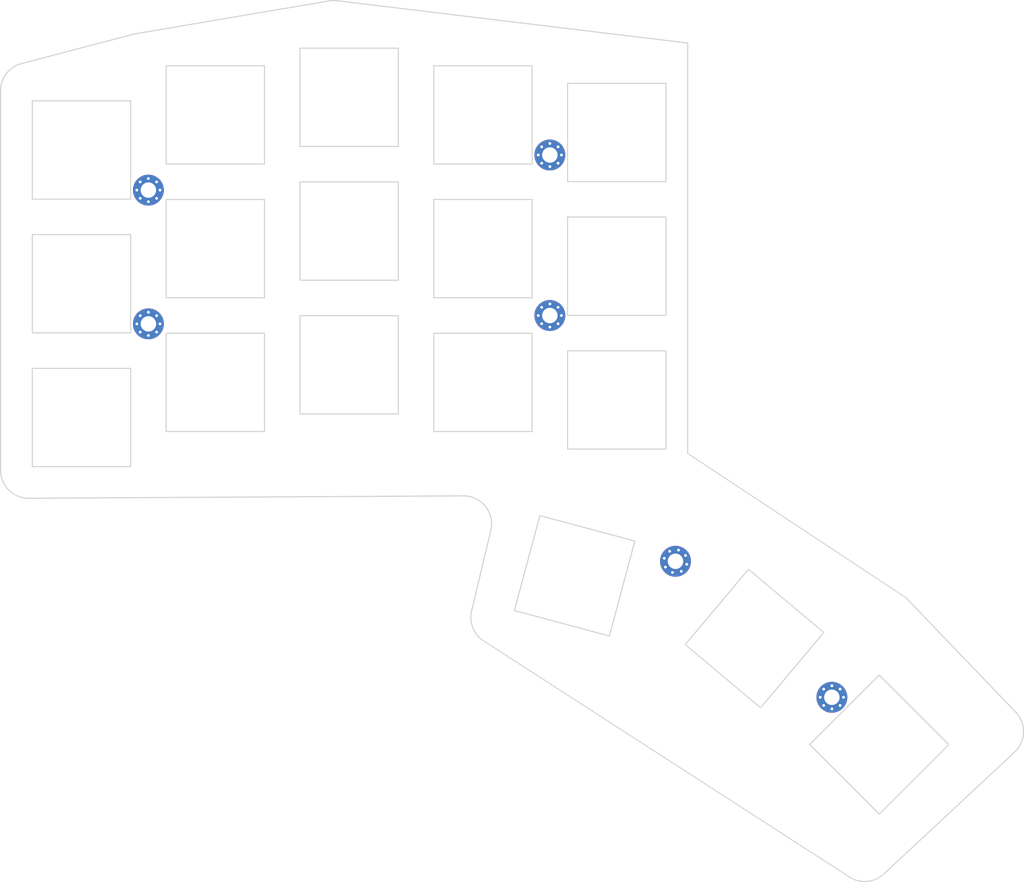
<source format=kicad_pcb>

            
(kicad_pcb (version 20171130) (host pcbnew 5.1.6)

  (page A3)
  (title_block
    (title juubo_left_plate)
    (rev v1.0.0)
    (company Unknown)
  )

  (general
    (thickness 1.6)
  )

  (layers
    (0 F.Cu signal)
    (31 B.Cu signal)
    (32 B.Adhes user)
    (33 F.Adhes user)
    (34 B.Paste user)
    (35 F.Paste user)
    (36 B.SilkS user)
    (37 F.SilkS user)
    (38 B.Mask user)
    (39 F.Mask user)
    (40 Dwgs.User user)
    (41 Cmts.User user)
    (42 Eco1.User user)
    (43 Eco2.User user)
    (44 Edge.Cuts user)
    (45 Margin user)
    (46 B.CrtYd user)
    (47 F.CrtYd user)
    (48 B.Fab user)
    (49 F.Fab user)
  )

  (setup
    (last_trace_width 0.25)
    (trace_clearance 0.2)
    (zone_clearance 0.508)
    (zone_45_only no)
    (trace_min 0.2)
    (via_size 0.8)
    (via_drill 0.4)
    (via_min_size 0.4)
    (via_min_drill 0.3)
    (uvia_size 0.3)
    (uvia_drill 0.1)
    (uvias_allowed no)
    (uvia_min_size 0.2)
    (uvia_min_drill 0.1)
    (edge_width 0.05)
    (segment_width 0.2)
    (pcb_text_width 0.3)
    (pcb_text_size 1.5 1.5)
    (mod_edge_width 0.12)
    (mod_text_size 1 1)
    (mod_text_width 0.15)
    (pad_size 1.524 1.524)
    (pad_drill 0.762)
    (pad_to_mask_clearance 0.05)
    (aux_axis_origin 0 0)
    (visible_elements FFFFFF7F)
    (pcbplotparams
      (layerselection 0x010fc_ffffffff)
      (usegerberextensions false)
      (usegerberattributes true)
      (usegerberadvancedattributes true)
      (creategerberjobfile true)
      (excludeedgelayer true)
      (linewidth 0.100000)
      (plotframeref false)
      (viasonmask false)
      (mode 1)
      (useauxorigin false)
      (hpglpennumber 1)
      (hpglpenspeed 20)
      (hpglpendiameter 15.000000)
      (psnegative false)
      (psa4output false)
      (plotreference true)
      (plotvalue true)
      (plotinvisibletext false)
      (padsonsilk false)
      (subtractmaskfromsilk false)
      (outputformat 1)
      (mirror false)
      (drillshape 1)
      (scaleselection 1)
      (outputdirectory ""))
  )

            (net 0 "")
            
  (net_class Default "This is the default net class."
    (clearance 0.2)
    (trace_width 0.25)
    (via_dia 0.8)
    (via_drill 0.4)
    (uvia_dia 0.3)
    (uvia_drill 0.1)
    (add_net "")
  )

            
    (module "MountingHole_2.2mm_M2_Pad_Via" (version 20210722) (generator pcbnew) (layer "F.Cu")
      (tedit 56DDB9C7)
      (at 109.525 67.61500000000001 0) 
    
      (fp_text reference "_1" (at 0 -3.2) (layer "F.SilkS") hide 
        (effects (font (size 1 1) (thickness 0.15)))
        (tstamp b68bb25c-687d-44b1-b966-dad4cac66b35)
      )
    
      (fp_circle (center 0 0) (end 2.45 0) (layer "F.CrtYd") (width 0.05) (fill none) (tstamp b2688462-c375-45d3-9095-3425fb17c88f))
      (pad "1" thru_hole circle locked (at 1.166726 1.166726) (size 0.7 0.7) (drill 0.4) (layers *.Cu *.Mask) (tstamp 2a7fc905-328f-4bbb-9222-ca8d15d03a86))
      (pad "1" thru_hole circle locked (at 0 0) (size 4.4 4.4) (drill 2.2) (layers *.Cu *.Mask) (tstamp 47ee1d53-0551-4b6d-bc24-3f3f14c73c36))
      (pad "1" thru_hole circle locked (at 0 1.65) (size 0.7 0.7) (drill 0.4) (layers *.Cu *.Mask) (tstamp 4eef65bc-4add-40d7-8319-14dcdbae0d44))
      (pad "1" thru_hole circle locked (at 1.166726 -1.166726) (size 0.7 0.7) (drill 0.4) (layers *.Cu *.Mask) (tstamp 56155f4d-2ebc-4ad4-8d82-7aa7846deba8))
      (pad "1" thru_hole circle locked (at -1.65 0) (size 0.7 0.7) (drill 0.4) (layers *.Cu *.Mask) (tstamp 787d6162-1d3c-4def-859e-6532ce27c1ef))
      (pad "1" thru_hole circle locked (at -1.166726 -1.166726) (size 0.7 0.7) (drill 0.4) (layers *.Cu *.Mask) (tstamp 8d699d12-7099-4814-bbe6-11bc74c6e8b2))
      (pad "1" thru_hole circle locked (at -1.166726 1.166726) (size 0.7 0.7) (drill 0.4) (layers *.Cu *.Mask) (tstamp 95ab0420-a56b-46ee-98ad-5072a1a93a6f))
      (pad "1" thru_hole circle locked (at 1.65 0) (size 0.7 0.7) (drill 0.4) (layers *.Cu *.Mask) (tstamp cde0acf2-b3b4-46de-9f6e-3ab519744000))
      (pad "1" thru_hole circle locked (at 0 -1.65) (size 0.7 0.7) (drill 0.4) (layers *.Cu *.Mask) (tstamp ff0de415-ae11-46fb-b780-c24aee621212))
    )

    (module "MountingHole_2.2mm_M2_Pad_Via" (version 20210722) (generator pcbnew) (layer "F.Cu")
      (tedit 56DDB9C7)
      (at 166.675 62.61500000000001 0) 
    
      (fp_text reference "_2" (at 0 -3.2) (layer "F.SilkS") hide 
        (effects (font (size 1 1) (thickness 0.15)))
        (tstamp b68bb25c-687d-44b1-b966-dad4cac66b35)
      )
    
      (fp_circle (center 0 0) (end 2.45 0) (layer "F.CrtYd") (width 0.05) (fill none) (tstamp b2688462-c375-45d3-9095-3425fb17c88f))
      (pad "1" thru_hole circle locked (at 1.166726 1.166726) (size 0.7 0.7) (drill 0.4) (layers *.Cu *.Mask) (tstamp 2a7fc905-328f-4bbb-9222-ca8d15d03a86))
      (pad "1" thru_hole circle locked (at 0 0) (size 4.4 4.4) (drill 2.2) (layers *.Cu *.Mask) (tstamp 47ee1d53-0551-4b6d-bc24-3f3f14c73c36))
      (pad "1" thru_hole circle locked (at 0 1.65) (size 0.7 0.7) (drill 0.4) (layers *.Cu *.Mask) (tstamp 4eef65bc-4add-40d7-8319-14dcdbae0d44))
      (pad "1" thru_hole circle locked (at 1.166726 -1.166726) (size 0.7 0.7) (drill 0.4) (layers *.Cu *.Mask) (tstamp 56155f4d-2ebc-4ad4-8d82-7aa7846deba8))
      (pad "1" thru_hole circle locked (at -1.65 0) (size 0.7 0.7) (drill 0.4) (layers *.Cu *.Mask) (tstamp 787d6162-1d3c-4def-859e-6532ce27c1ef))
      (pad "1" thru_hole circle locked (at -1.166726 -1.166726) (size 0.7 0.7) (drill 0.4) (layers *.Cu *.Mask) (tstamp 8d699d12-7099-4814-bbe6-11bc74c6e8b2))
      (pad "1" thru_hole circle locked (at -1.166726 1.166726) (size 0.7 0.7) (drill 0.4) (layers *.Cu *.Mask) (tstamp 95ab0420-a56b-46ee-98ad-5072a1a93a6f))
      (pad "1" thru_hole circle locked (at 1.65 0) (size 0.7 0.7) (drill 0.4) (layers *.Cu *.Mask) (tstamp cde0acf2-b3b4-46de-9f6e-3ab519744000))
      (pad "1" thru_hole circle locked (at 0 -1.65) (size 0.7 0.7) (drill 0.4) (layers *.Cu *.Mask) (tstamp ff0de415-ae11-46fb-b780-c24aee621212))
    )

    (module "MountingHole_2.2mm_M2_Pad_Via" (version 20210722) (generator pcbnew) (layer "F.Cu")
      (tedit 56DDB9C7)
      (at 109.525 86.66499999999999 0) 
    
      (fp_text reference "_3" (at 0 -3.2) (layer "F.SilkS") hide 
        (effects (font (size 1 1) (thickness 0.15)))
        (tstamp b68bb25c-687d-44b1-b966-dad4cac66b35)
      )
    
      (fp_circle (center 0 0) (end 2.45 0) (layer "F.CrtYd") (width 0.05) (fill none) (tstamp b2688462-c375-45d3-9095-3425fb17c88f))
      (pad "1" thru_hole circle locked (at 1.166726 1.166726) (size 0.7 0.7) (drill 0.4) (layers *.Cu *.Mask) (tstamp 2a7fc905-328f-4bbb-9222-ca8d15d03a86))
      (pad "1" thru_hole circle locked (at 0 0) (size 4.4 4.4) (drill 2.2) (layers *.Cu *.Mask) (tstamp 47ee1d53-0551-4b6d-bc24-3f3f14c73c36))
      (pad "1" thru_hole circle locked (at 0 1.65) (size 0.7 0.7) (drill 0.4) (layers *.Cu *.Mask) (tstamp 4eef65bc-4add-40d7-8319-14dcdbae0d44))
      (pad "1" thru_hole circle locked (at 1.166726 -1.166726) (size 0.7 0.7) (drill 0.4) (layers *.Cu *.Mask) (tstamp 56155f4d-2ebc-4ad4-8d82-7aa7846deba8))
      (pad "1" thru_hole circle locked (at -1.65 0) (size 0.7 0.7) (drill 0.4) (layers *.Cu *.Mask) (tstamp 787d6162-1d3c-4def-859e-6532ce27c1ef))
      (pad "1" thru_hole circle locked (at -1.166726 -1.166726) (size 0.7 0.7) (drill 0.4) (layers *.Cu *.Mask) (tstamp 8d699d12-7099-4814-bbe6-11bc74c6e8b2))
      (pad "1" thru_hole circle locked (at -1.166726 1.166726) (size 0.7 0.7) (drill 0.4) (layers *.Cu *.Mask) (tstamp 95ab0420-a56b-46ee-98ad-5072a1a93a6f))
      (pad "1" thru_hole circle locked (at 1.65 0) (size 0.7 0.7) (drill 0.4) (layers *.Cu *.Mask) (tstamp cde0acf2-b3b4-46de-9f6e-3ab519744000))
      (pad "1" thru_hole circle locked (at 0 -1.65) (size 0.7 0.7) (drill 0.4) (layers *.Cu *.Mask) (tstamp ff0de415-ae11-46fb-b780-c24aee621212))
    )

    (module "MountingHole_2.2mm_M2_Pad_Via" (version 20210722) (generator pcbnew) (layer "F.Cu")
      (tedit 56DDB9C7)
      (at 184.5597717 120.4810859 -15) 
    
      (fp_text reference "_4" (at 0 -3.2) (layer "F.SilkS") hide 
        (effects (font (size 1 1) (thickness 0.15)))
        (tstamp b68bb25c-687d-44b1-b966-dad4cac66b35)
      )
    
      (fp_circle (center 0 0) (end 2.45 0) (layer "F.CrtYd") (width 0.05) (fill none) (tstamp b2688462-c375-45d3-9095-3425fb17c88f))
      (pad "1" thru_hole circle locked (at 1.166726 1.166726) (size 0.7 0.7) (drill 0.4) (layers *.Cu *.Mask) (tstamp 2a7fc905-328f-4bbb-9222-ca8d15d03a86))
      (pad "1" thru_hole circle locked (at 0 0) (size 4.4 4.4) (drill 2.2) (layers *.Cu *.Mask) (tstamp 47ee1d53-0551-4b6d-bc24-3f3f14c73c36))
      (pad "1" thru_hole circle locked (at 0 1.65) (size 0.7 0.7) (drill 0.4) (layers *.Cu *.Mask) (tstamp 4eef65bc-4add-40d7-8319-14dcdbae0d44))
      (pad "1" thru_hole circle locked (at 1.166726 -1.166726) (size 0.7 0.7) (drill 0.4) (layers *.Cu *.Mask) (tstamp 56155f4d-2ebc-4ad4-8d82-7aa7846deba8))
      (pad "1" thru_hole circle locked (at -1.65 0) (size 0.7 0.7) (drill 0.4) (layers *.Cu *.Mask) (tstamp 787d6162-1d3c-4def-859e-6532ce27c1ef))
      (pad "1" thru_hole circle locked (at -1.166726 -1.166726) (size 0.7 0.7) (drill 0.4) (layers *.Cu *.Mask) (tstamp 8d699d12-7099-4814-bbe6-11bc74c6e8b2))
      (pad "1" thru_hole circle locked (at -1.166726 1.166726) (size 0.7 0.7) (drill 0.4) (layers *.Cu *.Mask) (tstamp 95ab0420-a56b-46ee-98ad-5072a1a93a6f))
      (pad "1" thru_hole circle locked (at 1.65 0) (size 0.7 0.7) (drill 0.4) (layers *.Cu *.Mask) (tstamp cde0acf2-b3b4-46de-9f6e-3ab519744000))
      (pad "1" thru_hole circle locked (at 0 -1.65) (size 0.7 0.7) (drill 0.4) (layers *.Cu *.Mask) (tstamp ff0de415-ae11-46fb-b780-c24aee621212))
    )

    (module "MountingHole_2.2mm_M2_Pad_Via" (version 20210722) (generator pcbnew) (layer "F.Cu")
      (tedit 56DDB9C7)
      (at 206.82001159999996 139.8551139 -135) 
    
      (fp_text reference "_5" (at 0 -3.2) (layer "F.SilkS") hide 
        (effects (font (size 1 1) (thickness 0.15)))
        (tstamp b68bb25c-687d-44b1-b966-dad4cac66b35)
      )
    
      (fp_circle (center 0 0) (end 2.45 0) (layer "F.CrtYd") (width 0.05) (fill none) (tstamp b2688462-c375-45d3-9095-3425fb17c88f))
      (pad "1" thru_hole circle locked (at 1.166726 1.166726) (size 0.7 0.7) (drill 0.4) (layers *.Cu *.Mask) (tstamp 2a7fc905-328f-4bbb-9222-ca8d15d03a86))
      (pad "1" thru_hole circle locked (at 0 0) (size 4.4 4.4) (drill 2.2) (layers *.Cu *.Mask) (tstamp 47ee1d53-0551-4b6d-bc24-3f3f14c73c36))
      (pad "1" thru_hole circle locked (at 0 1.65) (size 0.7 0.7) (drill 0.4) (layers *.Cu *.Mask) (tstamp 4eef65bc-4add-40d7-8319-14dcdbae0d44))
      (pad "1" thru_hole circle locked (at 1.166726 -1.166726) (size 0.7 0.7) (drill 0.4) (layers *.Cu *.Mask) (tstamp 56155f4d-2ebc-4ad4-8d82-7aa7846deba8))
      (pad "1" thru_hole circle locked (at -1.65 0) (size 0.7 0.7) (drill 0.4) (layers *.Cu *.Mask) (tstamp 787d6162-1d3c-4def-859e-6532ce27c1ef))
      (pad "1" thru_hole circle locked (at -1.166726 -1.166726) (size 0.7 0.7) (drill 0.4) (layers *.Cu *.Mask) (tstamp 8d699d12-7099-4814-bbe6-11bc74c6e8b2))
      (pad "1" thru_hole circle locked (at -1.166726 1.166726) (size 0.7 0.7) (drill 0.4) (layers *.Cu *.Mask) (tstamp 95ab0420-a56b-46ee-98ad-5072a1a93a6f))
      (pad "1" thru_hole circle locked (at 1.65 0) (size 0.7 0.7) (drill 0.4) (layers *.Cu *.Mask) (tstamp cde0acf2-b3b4-46de-9f6e-3ab519744000))
      (pad "1" thru_hole circle locked (at 0 -1.65) (size 0.7 0.7) (drill 0.4) (layers *.Cu *.Mask) (tstamp ff0de415-ae11-46fb-b780-c24aee621212))
    )

    (module "MountingHole_2.2mm_M2_Pad_Via" (version 20210722) (generator pcbnew) (layer "F.Cu")
      (tedit 56DDB9C7)
      (at 166.675 85.475 0) 
    
      (fp_text reference "_6" (at 0 -3.2) (layer "F.SilkS") hide 
        (effects (font (size 1 1) (thickness 0.15)))
        (tstamp b68bb25c-687d-44b1-b966-dad4cac66b35)
      )
    
      (fp_circle (center 0 0) (end 2.45 0) (layer "F.CrtYd") (width 0.05) (fill none) (tstamp b2688462-c375-45d3-9095-3425fb17c88f))
      (pad "1" thru_hole circle locked (at 1.166726 1.166726) (size 0.7 0.7) (drill 0.4) (layers *.Cu *.Mask) (tstamp 2a7fc905-328f-4bbb-9222-ca8d15d03a86))
      (pad "1" thru_hole circle locked (at 0 0) (size 4.4 4.4) (drill 2.2) (layers *.Cu *.Mask) (tstamp 47ee1d53-0551-4b6d-bc24-3f3f14c73c36))
      (pad "1" thru_hole circle locked (at 0 1.65) (size 0.7 0.7) (drill 0.4) (layers *.Cu *.Mask) (tstamp 4eef65bc-4add-40d7-8319-14dcdbae0d44))
      (pad "1" thru_hole circle locked (at 1.166726 -1.166726) (size 0.7 0.7) (drill 0.4) (layers *.Cu *.Mask) (tstamp 56155f4d-2ebc-4ad4-8d82-7aa7846deba8))
      (pad "1" thru_hole circle locked (at -1.65 0) (size 0.7 0.7) (drill 0.4) (layers *.Cu *.Mask) (tstamp 787d6162-1d3c-4def-859e-6532ce27c1ef))
      (pad "1" thru_hole circle locked (at -1.166726 -1.166726) (size 0.7 0.7) (drill 0.4) (layers *.Cu *.Mask) (tstamp 8d699d12-7099-4814-bbe6-11bc74c6e8b2))
      (pad "1" thru_hole circle locked (at -1.166726 1.166726) (size 0.7 0.7) (drill 0.4) (layers *.Cu *.Mask) (tstamp 95ab0420-a56b-46ee-98ad-5072a1a93a6f))
      (pad "1" thru_hole circle locked (at 1.65 0) (size 0.7 0.7) (drill 0.4) (layers *.Cu *.Mask) (tstamp cde0acf2-b3b4-46de-9f6e-3ab519744000))
      (pad "1" thru_hole circle locked (at 0 -1.65) (size 0.7 0.7) (drill 0.4) (layers *.Cu *.Mask) (tstamp ff0de415-ae11-46fb-b780-c24aee621212))
    )
            (gr_line (start 88.475 107.50296162142857) (end 88.475 53.46061479002625) (angle 90) (layer Edge.Cuts) (width 0.15))
(gr_line (start 91.45952643622041 49.591659728026144) (end 107.35403904220854 45.419871642464955) (angle 90) (layer Edge.Cuts) (width 0.15))
(gr_line (start 107.69925258946857 45.34538260727286) (end 135.22213637456363 40.667368578713194) (angle 90) (layer Edge.Cuts) (width 0.15))
(gr_line (start 136.3718892001102 40.63965580114411) (end 186.29649999999998 46.6677436235708) (angle 90) (layer Edge.Cuts) (width 0.15))
(gr_line (start 217.5814403821686 125.90093007325962) (end 232.9929319765313 141.97234609192535) (angle 90) (layer Edge.Cuts) (width 0.15))
(gr_line (start 232.83356967389372 147.6665484861759) (end 214.22282445150165 165.01808035980326) (angle 90) (layer Edge.Cuts) (width 0.15))
(gr_line (start 209.32507655838322 165.45261328126142) (end 157.25771111513586 131.8273611550128) (angle 90) (layer Edge.Cuts) (width 0.15))
(gr_line (start 155.53717774253036 127.53789858189975) (end 158.27097555791937 116.09220110959882) (angle 90) (layer Edge.Cuts) (width 0.15))
(gr_line (start 154.35843513532046 111.16300310365209) (end 92.49697760000302 111.50290122197801) (angle 90) (layer Edge.Cuts) (width 0.15))
(gr_arc (start 92.475 53.46061479002625) (end 91.45952639999999 49.59165969002625) (angle -75.29345756940775) (layer Edge.Cuts) (width 0.15))
(gr_arc (start 108.36951260598812 49.288826704465066) (end 107.69925260598812 45.345382604465065) (angle -5.060269060893688) (layer Edge.Cuts) (width 0.15))
(gr_arc (start 135.8923963910832 44.610812675905386) (end 136.3718891910832 40.63965587590538) (angle -16.53105809028341) (layer Edge.Cuts) (width 0.15))
(gr_arc (start 220.46852112793434 123.1323989252669) (end 217.39767512793435 125.6955815252669) (angle -3.9480011079883184) (layer Edge.Cuts) (width 0.15))
(gr_arc (start 230.10585123076567 144.74087723991798) (end 232.83356963076565 147.666548439918) (angle -90.80456151683016) (layer Edge.Cuts) (width 0.15))
(gr_arc (start 211.4951060083736 162.09240911354533) (end 209.3250765083736 165.45261331354533) (angle -75.84910373357374) (layer Edge.Cuts) (width 0.15))
(gr_arc (start 159.42774056512627 128.46715698729673) (end 155.53717776512627 127.53789858729674) (angle -70.5788905873116) (layer Edge.Cuts) (width 0.15))
(gr_arc (start 154.38041273532352 115.16294270420167) (end 158.27097553532352 116.09220110420166) (angle -103.74818780803423) (layer Edge.Cuts) (width 0.15))
(gr_arc (start 92.475 107.50296162142857) (end 88.475 107.50296162142857) (angle -90.3148075166796) (layer Edge.Cuts) (width 0.15))
(gr_line (start 93 107) (end 107 107) (angle 90) (layer Edge.Cuts) (width 0.15))
(gr_line (start 107 107) (end 107 93) (angle 90) (layer Edge.Cuts) (width 0.15))
(gr_line (start 107 93) (end 93 93) (angle 90) (layer Edge.Cuts) (width 0.15))
(gr_line (start 93 93) (end 93 107) (angle 90) (layer Edge.Cuts) (width 0.15))
(gr_line (start 93 87.95) (end 107 87.95) (angle 90) (layer Edge.Cuts) (width 0.15))
(gr_line (start 107 87.95) (end 107 73.95) (angle 90) (layer Edge.Cuts) (width 0.15))
(gr_line (start 107 73.95) (end 93 73.95) (angle 90) (layer Edge.Cuts) (width 0.15))
(gr_line (start 93 73.95) (end 93 87.95) (angle 90) (layer Edge.Cuts) (width 0.15))
(gr_line (start 93 68.9) (end 107 68.9) (angle 90) (layer Edge.Cuts) (width 0.15))
(gr_line (start 107 68.9) (end 107 54.900000000000006) (angle 90) (layer Edge.Cuts) (width 0.15))
(gr_line (start 107 54.900000000000006) (end 93 54.900000000000006) (angle 90) (layer Edge.Cuts) (width 0.15))
(gr_line (start 93 54.900000000000006) (end 93 68.9) (angle 90) (layer Edge.Cuts) (width 0.15))
(gr_line (start 112.05 102) (end 126.05 102) (angle 90) (layer Edge.Cuts) (width 0.15))
(gr_line (start 126.05 102) (end 126.05 88) (angle 90) (layer Edge.Cuts) (width 0.15))
(gr_line (start 126.05 88) (end 112.05 88) (angle 90) (layer Edge.Cuts) (width 0.15))
(gr_line (start 112.05 88) (end 112.05 102) (angle 90) (layer Edge.Cuts) (width 0.15))
(gr_line (start 112.05 82.95) (end 126.05 82.95) (angle 90) (layer Edge.Cuts) (width 0.15))
(gr_line (start 126.05 82.95) (end 126.05 68.95) (angle 90) (layer Edge.Cuts) (width 0.15))
(gr_line (start 126.05 68.95) (end 112.05 68.95) (angle 90) (layer Edge.Cuts) (width 0.15))
(gr_line (start 112.05 68.95) (end 112.05 82.95) (angle 90) (layer Edge.Cuts) (width 0.15))
(gr_line (start 112.05 63.900000000000006) (end 126.05 63.900000000000006) (angle 90) (layer Edge.Cuts) (width 0.15))
(gr_line (start 126.05 63.900000000000006) (end 126.05 49.900000000000006) (angle 90) (layer Edge.Cuts) (width 0.15))
(gr_line (start 126.05 49.900000000000006) (end 112.05 49.900000000000006) (angle 90) (layer Edge.Cuts) (width 0.15))
(gr_line (start 112.05 49.900000000000006) (end 112.05 63.900000000000006) (angle 90) (layer Edge.Cuts) (width 0.15))
(gr_line (start 131.1 99.5) (end 145.1 99.5) (angle 90) (layer Edge.Cuts) (width 0.15))
(gr_line (start 145.1 99.5) (end 145.1 85.5) (angle 90) (layer Edge.Cuts) (width 0.15))
(gr_line (start 145.1 85.5) (end 131.1 85.5) (angle 90) (layer Edge.Cuts) (width 0.15))
(gr_line (start 131.1 85.5) (end 131.1 99.5) (angle 90) (layer Edge.Cuts) (width 0.15))
(gr_line (start 131.1 80.45) (end 145.1 80.45) (angle 90) (layer Edge.Cuts) (width 0.15))
(gr_line (start 145.1 80.45) (end 145.1 66.45) (angle 90) (layer Edge.Cuts) (width 0.15))
(gr_line (start 145.1 66.45) (end 131.1 66.45) (angle 90) (layer Edge.Cuts) (width 0.15))
(gr_line (start 131.1 66.45) (end 131.1 80.45) (angle 90) (layer Edge.Cuts) (width 0.15))
(gr_line (start 131.1 61.400000000000006) (end 145.1 61.400000000000006) (angle 90) (layer Edge.Cuts) (width 0.15))
(gr_line (start 145.1 61.400000000000006) (end 145.1 47.400000000000006) (angle 90) (layer Edge.Cuts) (width 0.15))
(gr_line (start 145.1 47.400000000000006) (end 131.1 47.400000000000006) (angle 90) (layer Edge.Cuts) (width 0.15))
(gr_line (start 131.1 47.400000000000006) (end 131.1 61.400000000000006) (angle 90) (layer Edge.Cuts) (width 0.15))
(gr_line (start 150.15 102) (end 164.15 102) (angle 90) (layer Edge.Cuts) (width 0.15))
(gr_line (start 164.15 102) (end 164.15 88) (angle 90) (layer Edge.Cuts) (width 0.15))
(gr_line (start 164.15 88) (end 150.15 88) (angle 90) (layer Edge.Cuts) (width 0.15))
(gr_line (start 150.15 88) (end 150.15 102) (angle 90) (layer Edge.Cuts) (width 0.15))
(gr_line (start 150.15 82.95) (end 164.15 82.95) (angle 90) (layer Edge.Cuts) (width 0.15))
(gr_line (start 164.15 82.95) (end 164.15 68.95) (angle 90) (layer Edge.Cuts) (width 0.15))
(gr_line (start 164.15 68.95) (end 150.15 68.95) (angle 90) (layer Edge.Cuts) (width 0.15))
(gr_line (start 150.15 68.95) (end 150.15 82.95) (angle 90) (layer Edge.Cuts) (width 0.15))
(gr_line (start 150.15 63.900000000000006) (end 164.15 63.900000000000006) (angle 90) (layer Edge.Cuts) (width 0.15))
(gr_line (start 164.15 63.900000000000006) (end 164.15 49.900000000000006) (angle 90) (layer Edge.Cuts) (width 0.15))
(gr_line (start 164.15 49.900000000000006) (end 150.15 49.900000000000006) (angle 90) (layer Edge.Cuts) (width 0.15))
(gr_line (start 150.15 49.900000000000006) (end 150.15 63.900000000000006) (angle 90) (layer Edge.Cuts) (width 0.15))
(gr_line (start 169.2 104.5) (end 183.2 104.5) (angle 90) (layer Edge.Cuts) (width 0.15))
(gr_line (start 183.2 104.5) (end 183.2 90.5) (angle 90) (layer Edge.Cuts) (width 0.15))
(gr_line (start 183.2 90.5) (end 169.2 90.5) (angle 90) (layer Edge.Cuts) (width 0.15))
(gr_line (start 169.2 90.5) (end 169.2 104.5) (angle 90) (layer Edge.Cuts) (width 0.15))
(gr_line (start 169.2 85.45) (end 183.2 85.45) (angle 90) (layer Edge.Cuts) (width 0.15))
(gr_line (start 183.2 85.45) (end 183.2 71.45) (angle 90) (layer Edge.Cuts) (width 0.15))
(gr_line (start 183.2 71.45) (end 169.2 71.45) (angle 90) (layer Edge.Cuts) (width 0.15))
(gr_line (start 169.2 71.45) (end 169.2 85.45) (angle 90) (layer Edge.Cuts) (width 0.15))
(gr_line (start 169.2 66.4) (end 183.2 66.4) (angle 90) (layer Edge.Cuts) (width 0.15))
(gr_line (start 183.2 66.4) (end 183.2 52.400000000000006) (angle 90) (layer Edge.Cuts) (width 0.15))
(gr_line (start 183.2 52.400000000000006) (end 169.2 52.400000000000006) (angle 90) (layer Edge.Cuts) (width 0.15))
(gr_line (start 169.2 52.400000000000006) (end 169.2 66.4) (angle 90) (layer Edge.Cuts) (width 0.15))
(gr_line (start 161.6267859 127.49974750000001) (end 175.1497475 131.1232141) (angle 90) (layer Edge.Cuts) (width 0.15))
(gr_line (start 175.1497475 131.1232141) (end 178.7732141 117.60025250000001) (angle 90) (layer Edge.Cuts) (width 0.15))
(gr_line (start 178.7732141 117.60025250000001) (end 165.2502525 113.97678590000001) (angle 90) (layer Edge.Cuts) (width 0.15))
(gr_line (start 165.2502525 113.97678590000001) (end 161.6267859 127.49974750000001) (angle 90) (layer Edge.Cuts) (width 0.15))
(gr_line (start 194.9478577 121.62108240000002) (end 185.9488311 132.34570460000003) (angle 90) (layer Edge.Cuts) (width 0.15))
(gr_line (start 185.9488311 132.34570460000003) (end 196.6734533 141.3447312) (angle 90) (layer Edge.Cuts) (width 0.15))
(gr_line (start 196.6734533 141.3447312) (end 205.67247989999998 130.620109) (angle 90) (layer Edge.Cuts) (width 0.15))
(gr_line (start 205.67247989999998 130.620109) (end 194.9478577 121.62108240000002) (angle 90) (layer Edge.Cuts) (width 0.15))
(gr_line (start 213.55520369999996 136.6908111) (end 203.65570879999996 146.590306) (angle 90) (layer Edge.Cuts) (width 0.15))
(gr_line (start 203.65570879999996 146.590306) (end 213.55520369999996 156.4898009) (angle 90) (layer Edge.Cuts) (width 0.15))
(gr_line (start 213.55520369999996 156.4898009) (end 223.45469859999997 146.590306) (angle 90) (layer Edge.Cuts) (width 0.15))
(gr_line (start 223.45469859999997 146.590306) (end 213.55520369999996 136.6908111) (angle 90) (layer Edge.Cuts) (width 0.15))
(gr_line (start 186.29649999999998 46.6677436235708) (end 186.29649999999998 105.12) (angle 90) (layer Edge.Cuts) (width 0.15))
(gr_line (start 186.29649999999998 105.12) (end 217.39767512793435 125.6955815252669) (angle 90) (layer Edge.Cuts) (width 0.15))
            
)

        
</source>
